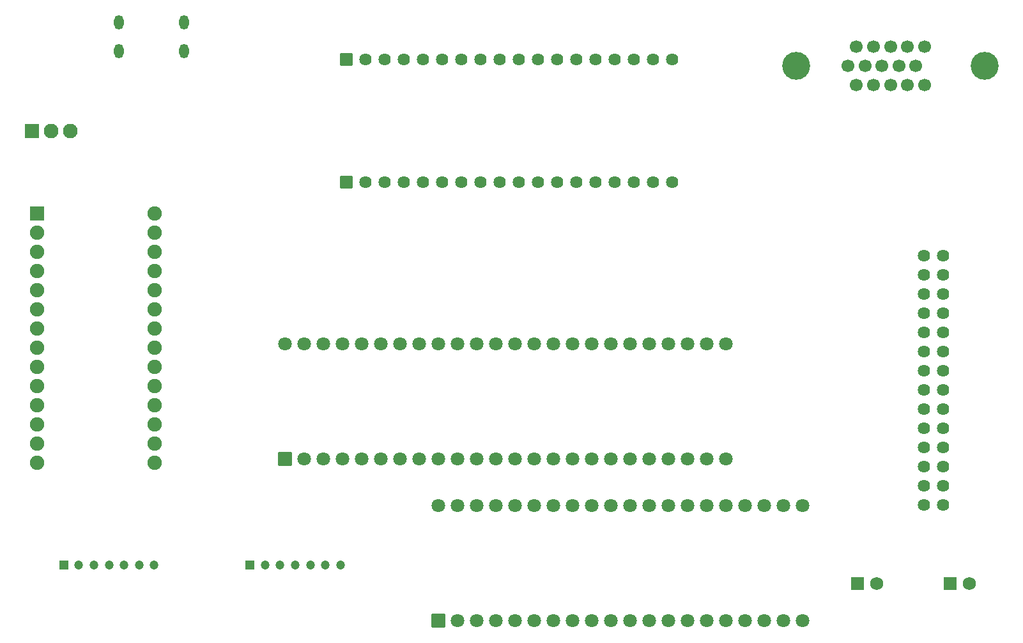
<source format=gbs>
G04 Layer: BottomSolderMaskLayer*
G04 EasyEDA v6.5.22, 2023-04-21 15:38:10*
G04 6d2149ed1d2646eb8880a206008ce751,0d2cea57a9a8422ebbcee2df73fbc454,10*
G04 Gerber Generator version 0.2*
G04 Scale: 100 percent, Rotated: No, Reflected: No *
G04 Dimensions in millimeters *
G04 leading zeros omitted , absolute positions ,4 integer and 5 decimal *
%FSLAX45Y45*%
%MOMM*%

%AMMACRO1*1,1,$1,$2,$3*1,1,$1,$4,$5*1,1,$1,0-$2,0-$3*1,1,$1,0-$4,0-$5*20,1,$1,$2,$3,$4,$5,0*20,1,$1,$4,$5,0-$2,0-$3,0*20,1,$1,0-$2,0-$3,0-$4,0-$5,0*20,1,$1,0-$4,0-$5,$2,$3,0*4,1,4,$2,$3,$4,$5,0-$2,0-$3,0-$4,0-$5,$2,$3,0*%
%ADD10C,1.8034*%
%ADD11MACRO1,0.2032X-0.8001X0.8001X0.8001X0.8001*%
%ADD12MACRO1,0.1016X-0.85X-0.8499X-0.85X0.8499*%
%ADD13C,1.8016*%
%ADD14MACRO1,0.1016X-0.762X-0.762X-0.762X0.762*%
%ADD15C,1.6256*%
%ADD16R,1.7272X1.7272*%
%ADD17C,1.7272*%
%ADD18C,1.2032*%
%ADD19MACRO1,0.2032X-0.5X0.5X0.5X0.5*%
%ADD20C,3.7008*%
%ADD21C,1.6942*%
%ADD22MACRO1,0.1016X-0.915X0.915X0.915X0.915*%
%ADD23C,1.9317*%
%ADD24MACRO1,0.2032X-0.762X-0.762X-0.762X0.762*%
%ADD25C,1.9016*%
%ADD26MACRO1,0.1016X0.8992X0.8992X0.8992X-0.8992*%
%ADD27O,1.3031978X1.9031966*%
%ADD28O,0.0187X1.9031966*%

%LPD*%
D10*
G01*
X10934700Y381000D03*
G01*
X10680700Y381000D03*
G01*
X10426700Y381000D03*
G01*
X10172700Y381000D03*
G01*
X9918700Y381000D03*
G01*
X9664700Y381000D03*
G01*
X9410700Y381000D03*
G01*
X9156700Y381000D03*
G01*
X8902700Y381000D03*
G01*
X8648700Y381000D03*
G01*
X8140700Y381000D03*
G01*
X7886700Y381000D03*
G01*
X7632700Y381000D03*
G01*
X7378700Y381000D03*
G01*
X7124700Y381000D03*
G01*
X6870700Y381000D03*
G01*
X6616700Y381000D03*
G01*
X6362700Y381000D03*
D11*
G01*
X6108689Y381000D03*
D10*
G01*
X8394700Y381000D03*
G01*
X6108700Y1905000D03*
G01*
X6362700Y1905000D03*
G01*
X6616700Y1905000D03*
G01*
X10934700Y1905000D03*
G01*
X10680700Y1905000D03*
G01*
X10426700Y1905000D03*
G01*
X6870700Y1905000D03*
G01*
X7124700Y1905000D03*
G01*
X10172700Y1905000D03*
G01*
X9918700Y1905000D03*
G01*
X9664700Y1905000D03*
G01*
X7378700Y1905000D03*
G01*
X9410700Y1905000D03*
G01*
X7632700Y1905000D03*
G01*
X9156700Y1905000D03*
G01*
X7886700Y1905000D03*
G01*
X8140700Y1905000D03*
G01*
X8902700Y1905000D03*
G01*
X8648700Y1905000D03*
G01*
X8394700Y1905000D03*
D12*
G01*
X4076674Y2527292D03*
D13*
G01*
X4330700Y2527300D03*
G01*
X4584700Y2527300D03*
G01*
X4838700Y2527300D03*
G01*
X5092700Y2527300D03*
G01*
X5346700Y2527300D03*
G01*
X5600700Y2527300D03*
G01*
X5854700Y2527300D03*
G01*
X6108700Y2527300D03*
G01*
X6362700Y2527300D03*
G01*
X6616700Y2527300D03*
G01*
X6870700Y2527300D03*
G01*
X7124700Y2527300D03*
G01*
X7378700Y2527300D03*
G01*
X7632700Y2527300D03*
G01*
X7886700Y2527300D03*
G01*
X8140700Y2527300D03*
G01*
X8394700Y2527300D03*
G01*
X8648700Y2527300D03*
G01*
X8902700Y2527300D03*
G01*
X9156700Y2527300D03*
G01*
X9410700Y2527300D03*
G01*
X9664700Y2527300D03*
G01*
X9918700Y2527300D03*
G01*
X9918700Y4051300D03*
G01*
X9664700Y4051300D03*
G01*
X9410700Y4051300D03*
G01*
X9156700Y4051300D03*
G01*
X8902700Y4051300D03*
G01*
X8648700Y4051300D03*
G01*
X8394700Y4051300D03*
G01*
X8140700Y4051300D03*
G01*
X7886700Y4051300D03*
G01*
X7632700Y4051300D03*
G01*
X7378700Y4051300D03*
G01*
X7124700Y4051300D03*
G01*
X6870700Y4051300D03*
G01*
X6616700Y4051300D03*
G01*
X6362700Y4051300D03*
G01*
X6108700Y4051300D03*
G01*
X5854700Y4051300D03*
G01*
X5600700Y4051300D03*
G01*
X5346700Y4051300D03*
G01*
X5092700Y4051300D03*
G01*
X4838700Y4051300D03*
G01*
X4584700Y4051300D03*
G01*
X4330700Y4051300D03*
G01*
X4076700Y4051300D03*
D14*
G01*
X4894889Y6192486D03*
D15*
G01*
X5148884Y6192494D03*
G01*
X5402884Y6192494D03*
G01*
X5656884Y6192494D03*
G01*
X5910884Y6192494D03*
G01*
X6164884Y6192494D03*
G01*
X6418884Y6192494D03*
G01*
X6672884Y6192494D03*
G01*
X6926884Y6192494D03*
G01*
X7180884Y6192494D03*
G01*
X7434884Y6192494D03*
G01*
X7688884Y6192494D03*
G01*
X7942884Y6192494D03*
G01*
X8196884Y6192494D03*
G01*
X8450884Y6192494D03*
G01*
X8704884Y6192494D03*
G01*
X8958884Y6192494D03*
G01*
X9212884Y6192494D03*
D14*
G01*
X4894889Y7818084D03*
D15*
G01*
X5148884Y7818094D03*
G01*
X5402884Y7818094D03*
G01*
X5656884Y7818094D03*
G01*
X5910884Y7818094D03*
G01*
X6164884Y7818094D03*
G01*
X6418884Y7818094D03*
G01*
X6672884Y7818094D03*
G01*
X6926884Y7818094D03*
G01*
X7180884Y7818094D03*
G01*
X7434884Y7818094D03*
G01*
X7688884Y7818094D03*
G01*
X7942884Y7818094D03*
G01*
X8196884Y7818094D03*
G01*
X8450884Y7818094D03*
G01*
X8704884Y7818094D03*
G01*
X8958884Y7818094D03*
G01*
X9212884Y7818094D03*
D16*
G01*
X12898120Y876300D03*
D17*
G01*
X13152120Y876300D03*
D15*
G01*
X12547574Y5219700D03*
G01*
X12547574Y4965700D03*
G01*
X12547574Y4711700D03*
G01*
X12547574Y4457700D03*
G01*
X12547574Y4203700D03*
G01*
X12547574Y3949700D03*
G01*
X12547574Y3695700D03*
G01*
X12547574Y3441700D03*
G01*
X12547574Y3187700D03*
G01*
X12547574Y2933700D03*
G01*
X12547574Y2679700D03*
G01*
X12547574Y2425700D03*
G01*
X12547574Y2171700D03*
G01*
X12547574Y1917700D03*
G01*
X12801574Y1917700D03*
G01*
X12801574Y2171700D03*
G01*
X12801574Y2425700D03*
G01*
X12801574Y2679700D03*
G01*
X12801574Y2933700D03*
G01*
X12801574Y3187700D03*
G01*
X12801574Y3441700D03*
G01*
X12801574Y3695700D03*
G01*
X12801574Y3949700D03*
G01*
X12801574Y4203700D03*
G01*
X12801574Y4457700D03*
G01*
X12801574Y4711700D03*
G01*
X12801574Y4965700D03*
G01*
X12801574Y5219700D03*
D18*
G01*
X1748815Y1117600D03*
G01*
X1548815Y1117600D03*
G01*
X1348816Y1117600D03*
G01*
X1948815Y1117600D03*
G01*
X2148814Y1117600D03*
G01*
X2348814Y1117600D03*
D19*
G01*
X1148811Y1117600D03*
D18*
G01*
X4216400Y1117600D03*
G01*
X4016400Y1117600D03*
G01*
X3816400Y1117600D03*
G01*
X4416374Y1117600D03*
G01*
X4616399Y1117600D03*
G01*
X4816398Y1117600D03*
D19*
G01*
X3616393Y1117597D03*
D20*
G01*
X13353084Y7734300D03*
G01*
X10853064Y7734300D03*
D21*
G01*
X12553061Y7480300D03*
G01*
X12328067Y7480300D03*
G01*
X12103074Y7480300D03*
G01*
X11878081Y7480300D03*
G01*
X11653062Y7480300D03*
G01*
X12440564Y7734300D03*
G01*
X12215571Y7734300D03*
G01*
X11990577Y7734300D03*
G01*
X11765584Y7734300D03*
G01*
X11540566Y7734300D03*
G01*
X12553061Y7988300D03*
G01*
X12328067Y7988300D03*
G01*
X12103074Y7988300D03*
G01*
X11878081Y7988300D03*
G01*
X11653062Y7988300D03*
D22*
G01*
X723897Y6870687D03*
D23*
G01*
X977900Y6870700D03*
G01*
X1231900Y6870700D03*
D24*
G01*
X11662793Y876300D03*
D17*
G01*
X11916790Y876300D03*
D25*
G01*
X2354808Y5778500D03*
G01*
X2354808Y5524500D03*
G01*
X2354808Y5270500D03*
G01*
X2354808Y5016500D03*
G01*
X2354808Y4762500D03*
G01*
X2354808Y4508500D03*
G01*
X2354808Y4254500D03*
G01*
X2354808Y4000500D03*
G01*
X2354808Y3746500D03*
G01*
X2354808Y3492500D03*
G01*
X2354808Y3238500D03*
G01*
X2354808Y2984500D03*
G01*
X2354808Y2730500D03*
G01*
X2354808Y2476500D03*
G01*
X794791Y2476500D03*
G01*
X794791Y2730500D03*
G01*
X794791Y2984500D03*
G01*
X794791Y3238500D03*
G01*
X794791Y3492500D03*
G01*
X794791Y3746500D03*
G01*
X794791Y4000500D03*
G01*
X794791Y4508500D03*
G01*
X794791Y4762500D03*
G01*
X794791Y5016500D03*
G01*
X794791Y5270500D03*
G01*
X794791Y5524500D03*
G01*
X794791Y4254500D03*
D26*
G01*
X794809Y5778492D03*
D27*
G01*
X2743403Y7925790D03*
G01*
X1879396Y7925790D03*
G01*
X2743403Y8305800D03*
G01*
X1879396Y8305800D03*
M02*

</source>
